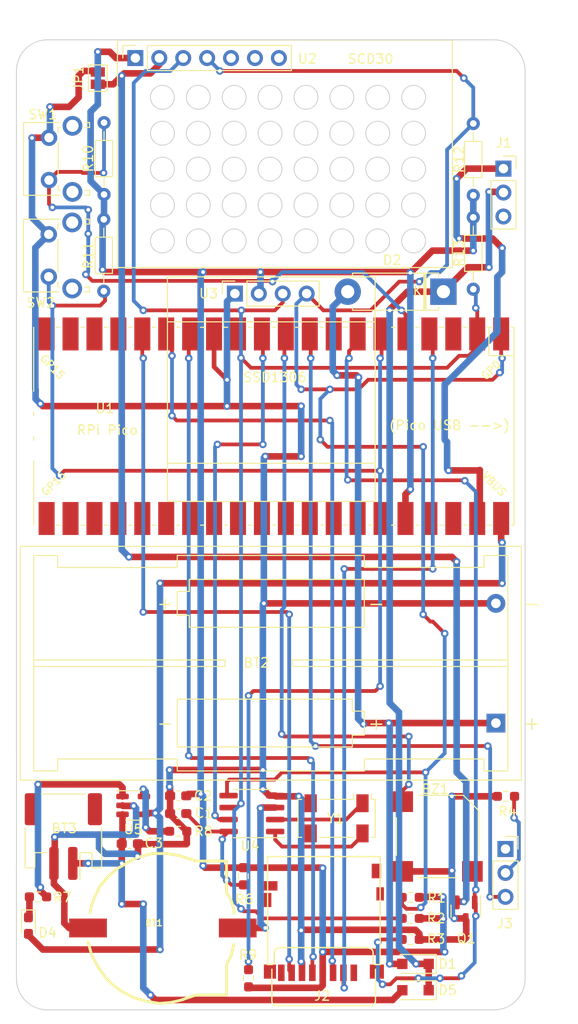
<source format=kicad_pcb>
(kicad_pcb (version 20211014) (generator pcbnew)
  (layers (0 "F.Cu" signal) (31 "B.Cu" signal) (34 "B.Paste" user) (35 "F.Paste" user) (36 "B.SilkS" user "B.Silkscreen") (37 "F.SilkS" user "F.Silkscreen") (38 "B.Mask" user) (39 "F.Mask" user) (44 "Edge.Cuts" user))
  (net 0 "")
  (net 2 "BUZZER")
  (net 5 "SD_CS")
  (net 6 "MOSI")
  (net 29 "+3V3")
  (net 30 "GND")
  (net 31 "SCK")
  (net 32 "MISO")
  (net 34 "Net-(J3-Pad2)")
  (net 35 "WRITE_EN")
  (net 36 "SCD30_EN")
  (net 37 "SCD30_GND")
  (net 38 "BUT_A")
  (net 39 "BUT_B")
  (net 40 "Net-(U4-Pad1)")
  (net 41 "Net-(U4-Pad2)")
  (net 44 "Net-(BT1-Pad1)")
  (net 45 "VSYS")
  (net 46 "SDA")
  (net 47 "SCL")
  (net 50 "RTC_INT")
  (net 51 "VBAT_AAA")
  (net 52 "VBAT_LIPO")
  (net 53 "Net-(C1-Pad1)")
  (net 54 "Net-(D4-Pad1)")
  (net 55 "VBUS")
  (net 56 "Net-(R7-Pad2)")
  (net 57 "Net-(R8-Pad1)")
  (net 61 "Net-(D1-Pad1)")
  (footprint "picoco2:DM3D-SF_outline" (layer "F.Cu") (at 32.6136 98.113)
    (fp_text reference "J2")
    (fp_text value "Micro_SD_Card" hide)
  )
  (footprint "Package_SO:SOIC-8_3.9x4.9mm_P1.27mm" (layer "F.Cu") (at 24.9936 82.0928 180)
    (fp_text reference "U4")
    (fp_text value "PCF8523T")
  )
  (footprint "Capacitor_SMD:C_0603_1608Metric_Pad1.08x0.95mm_HandSolder" (layer "F.Cu") (at 17.1704 80.2132 180)
    (fp_text reference "C2")
    (fp_text value "10uF")
  )
  (footprint "Resistor_THT:R_Axial_DIN0204_L3.6mm_D1.6mm_P7.62mm_Horizontal" (layer "F.Cu") (at 48.5 18.8368 -90)
    (fp_text reference "R13")
    (fp_text value "4.7K")
  )
  (footprint "Connector_PinSocket_2.54mm:PinSocket_1x03_P2.54mm_Vertical" (layer "F.Cu") (at 51.9172 85.852)
    (fp_text reference "J3")
    (fp_text value "Conn_01x03_Female")
  )
  (footprint "Capacitor_SMD:C_0603_1608Metric_Pad1.08x0.95mm_HandSolder" (layer "F.Cu") (at 17.1704 82.0928 180)
    (fp_text reference "C1")
    (fp_text value "10uF")
  )
  (footprint "MountingHole:MountingHole_3.2mm_M3" (layer "F.Cu") (at 50.5 3.4)
    (fp_text reference "H3" hide)
    (fp_text value "MountingHole")
  )
  (footprint "Battery:BatteryHolder_Keystone_2468_2xAAA" (layer "F.Cu") (at 50.9016 72.4916 180)
    (fp_text reference "BT2")
    (fp_text value "Battery")
  )
  (footprint "Button_Switch_THT:SW_Tactile_SPST_Angled_PTS645Vx31-2LFS" (layer "F.Cu") (at 3.4265 25.135 90)
    (fp_text reference "SW2")
    (fp_text value "SW_Push")
  )
  (footprint "MountingHole:MountingHole_3.2mm_M3" (layer "F.Cu") (at 50.5 99.4)
    (fp_text reference "H1" hide)
    (fp_text value "MountingHole")
  )
  (footprint "Resistor_SMD:R_0603_1608Metric_Pad0.98x0.95mm_HandSolder" (layer "F.Cu") (at 41.8592 95.4532)
    (fp_text reference "R3")
    (fp_text value "10K")
  )
  (footprint "picoco2:ssd1306_a" (layer "F.Cu") (at 23.19 26.924 90)
    (fp_text reference "U3")
    (fp_text value "ssd1306")
  )
  (footprint "Resistor_THT:R_Axial_DIN0204_L3.6mm_D1.6mm_P7.62mm_Horizontal" (layer "F.Cu") (at 9.271 19.05 -90)
    (fp_text reference "R11")
    (fp_text value "10K")
  )
  (footprint "Resistor_SMD:R_0603_1608Metric_Pad0.98x0.95mm_HandSolder" (layer "F.Cu") (at 17.1704 83.9724)
    (fp_text reference "R8")
    (fp_text value "10K")
  )
  (footprint "Package_TO_SOT_SMD:SOT-23" (layer "F.Cu") (at 47.7012 92.456 -90)
    (fp_text reference "Q1")
    (fp_text value "Q_NMOS_GDS")
  )
  (footprint "Resistor_SMD:R_0603_1608Metric_Pad0.98x0.95mm_HandSolder" (layer "F.Cu") (at 24.638 99.568 90)
    (fp_text reference "R9")
    (fp_text value "10K")
  )
  (footprint "Resistor_SMD:R_0603_1608Metric_Pad0.98x0.95mm_HandSolder" (layer "F.Cu") (at 24.0792 88.7476 90)
    (fp_text reference "R6")
    (fp_text value "1K")
  )
  (footprint "Package_TO_SOT_SMD:SOT-23-5" (layer "F.Cu") (at 12.3952 81.2292)
    (fp_text reference "U5")
    (fp_text value "MCP73831-2-OT")
  )
  (footprint "Diode_SMD:D_SOD-123F" (layer "F.Cu") (at 42.3672 98.044 180)
    (fp_text reference "D1")
    (fp_text value "D")
  )
  (footprint "Resistor_SMD:R_0603_1608Metric_Pad0.98x0.95mm_HandSolder" (layer "F.Cu") (at 2.286 90.932)
    (fp_text reference "R7")
    (fp_text value "1K")
  )
  (footprint "Resistor_THT:R_Axial_DIN0204_L3.6mm_D1.6mm_P7.62mm_Horizontal" (layer "F.Cu") (at 9.2964 16.4084 90)
    (fp_text reference "R10")
    (fp_text value "10K")
  )
  (footprint "Connector_JST:JST_PH_S2B-PH-SM4-TB_1x02-1MP_P2.00mm_Horizontal" (layer "F.Cu") (at 4.9784 84.5312 180)
    (fp_text reference "BT3")
    (fp_text value "Battery")
  )
  (footprint "picoco2:CR1220-2" (layer "F.Cu") (at 15.1998 94.2348)
    (fp_text reference "BT1")
    (fp_text value "CR1220")
  )
  (footprint "MountingHole:MountingHole_3.2mm_M3" (layer "F.Cu") (at 3.4 3.4)
    (fp_text reference "H2" hide)
    (fp_text value "MountingHole")
  )
  (footprint "RPi_Pico:RPi_PicoW_SMD" (layer "F.Cu") (at 27.3304 40.9956 -90)
    (fp_text reference "U1")
    (fp_text value "PicoW")
  )
  (footprint "Resistor_SMD:R_0603_1608Metric_Pad0.98x0.95mm_HandSolder" (layer "F.Cu") (at 51.9684 80.264 180)
    (fp_text reference "R4")
    (fp_text value "10K")
  )
  (footprint "Connector_PinSocket_2.54mm:PinSocket_1x03_P2.54mm_Vertical" (layer "F.Cu") (at 51.7006 13.6642)
    (fp_text reference "J1")
    (fp_text value "Conn_01x03_Female")
  )
  (footprint "Resistor_SMD:R_0603_1608Metric_Pad0.98x0.95mm_HandSolder" (layer "F.Cu") (at 41.8592 90.9828 180)
    (fp_text reference "R1")
    (fp_text value "4.7K")
  )
  (footprint "Capacitor_SMD:C_0603_1608Metric_Pad1.08x0.95mm_HandSolder" (layer "F.Cu") (at 12.0396 85.2932)
    (fp_text reference "C3")
    (fp_text value "10uF")
  )
  (footprint "Jumper:SolderJumper-2_P1.3mm_Open_Pad1.0x1.5mm" (layer "F.Cu") (at 8.636 4.064 -90)
    (fp_text reference "JP1")
    (fp_text value "SolderJumper_2_Open")
  )
  (footprint "Resistor_SMD:R_0603_1608Metric_Pad0.98x0.95mm_HandSolder" (layer "F.Cu") (at 41.8592 93.218 180)
    (fp_text reference "R2")
    (fp_text value "4.7K")
  )
  (footprint "LED_SMD:LED_0603_1608Metric_Pad1.05x0.95mm_HandSolder" (layer "F.Cu") (at 1.27 93.98 -90)
    (fp_text reference "D4")
    (fp_text value "LED")
  )
  (footprint "Buzzer_Beeper:MagneticBuzzer_Kobitone_254-EMB84Q-RO" (layer "F.Cu") (at 44.704 84.5312)
    (fp_text reference "BZ1")
    (fp_text value "Buzzer")
  )
  (footprint "Crystal:Crystal_SMD_Abracon_ABS25-4Pin_8.0x3.8mm" (layer "F.Cu") (at 33.9852 82.6008 -90)
    (fp_text reference "Y1")
    (fp_text value "32KHz")
  )
  (footprint "Button_Switch_THT:SW_Tactile_SPST_Angled_PTS645Vx31-2LFS" (layer "F.Cu") (at 3.4544 14.8844 90)
    (fp_text reference "SW1")
    (fp_text value "SW_Push")
  )
  (footprint "Resistor_THT:R_Axial_DIN0204_L3.6mm_D1.6mm_P7.62mm_Horizontal" (layer "F.Cu") (at 48.5 16.5 90)
    (fp_text reference "R12")
    (fp_text value "4.7K")
  )
  (footprint "MountingHole:MountingHole_3.2mm_M3" (layer "F.Cu") (at 3.4 99.4)
    (fp_text reference "H4" hide)
    (fp_text value "MountingHole")
  )
  (footprint "picoco2:scd30_a" (layer "F.Cu") (at 12.6238 1.9304 90)
    (fp_text reference "U2")
    (fp_text value "scd30")
  )
  (footprint "Diode_SMD:D_SOD-123F" (layer "F.Cu") (at 42.3672 100.838 180)
    (fp_text reference "D5")
    (fp_text value "D")
  )
  (footprint "Diode_THT:D_5W_P10.16mm_Horizontal" (layer "F.Cu") (at 45.33 26.7208 180)
    (fp_text reference "D2")
    (fp_text value "D")
  )
  (gr_circle (center 38.354 9.906) (end 38.354 11.176) (layer "Edge.Cuts") (width 0.1) (fill none))
  (gr_circle (center 15.494 21.336) (end 15.494 22.606) (layer "Edge.Cuts") (width 0.1) (fill none))
  (gr_circle (center 26.924 17.526) (end 26.924 18.796) (layer "Edge.Cuts") (width 0.1) (fill none))
  (gr_circle (center 23.114 13.716) (end 23.114 14.986) (layer "Edge.Cuts") (width 0.1) (fill none))
  (gr_arc (start 50.698 0) (mid 53.032867 0.967133) (end 54 3.302) (layer "Edge.Cuts") (width 0.1))
  (gr_circle (center 15.494 13.716) (end 15.494 14.986) (layer "Edge.Cuts") (width 0.1) (fill none))
  (gr_circle (center 26.924 21.336) (end 26.924 22.606) (layer "Edge.Cuts") (width 0.1) (fill none))
  (gr_circle (center 15.494 17.526) (end 15.494 18.796) (layer "Edge.Cuts") (width 0.1) (fill none))
  (gr_circle (center 30.734 9.906) (end 30.734 11.176) (layer "Edge.Cuts") (width 0.1) (fill none))
  (gr_circle (center 15.494 9.906) (end 15.494 11.176) (layer "Edge.Cuts") (width 0.1) (fill none))
  (gr_circle (center 42.164 9.906) (end 42.164 11.176) (layer "Edge.Cuts") (width 0.1) (fill none))
  (gr_line (start 50.698 0) (end 3.300067 -0.001933) (layer "Edge.Cuts") (width 0.1))
  (gr_circle (center 19.304 6.096) (end 19.304 7.366) (layer "Edge.Cuts") (width 0.1) (fill none))
  (gr_circle (center 30.734 21.336) (end 30.734 22.606) (layer "Edge.Cuts") (width 0.1) (fill none))
  (gr_circle (center 30.734 6.096) (end 30.734 7.366) (layer "Edge.Cuts") (width 0.1) (fill none))
  (gr_circle (center 42.164 17.526) (end 42.164 18.796) (layer "Edge.Cuts") (width 0.1) (fill none))
  (gr_circle (center 23.114 21.336) (end 23.114 22.606) (layer "Edge.Cuts") (width 0.1) (fill none))
  (gr_circle (center 34.544 17.526) (end 34.544 18.796) (layer "Edge.Cuts") (width 0.1) (fill none))
  (gr_circle (center 34.544 13.716) (end 34.544 14.986) (layer "Edge.Cuts") (width 0.1) (fill none))
  (gr_circle (center 34.544 21.336) (end 34.544 22.606) (layer "Edge.Cuts") (width 0.1) (fill none))
  (gr_line (start -0.001933 3.300067) (end 0 99.6188) (layer "Edge.Cuts") (width 0.1))
  (gr_circle (center 19.304 17.526) (end 19.304 18.796) (layer "Edge.Cuts") (width 0.1) (fill none))
  (gr_circle (center 26.924 13.716) (end 26.924 14.986) (layer "Edge.Cuts") (width 0.1) (fill none))
  (gr_circle (center 34.544 6.096) (end 34.544 7.366) (layer "Edge.Cuts") (width 0.1) (fill none))
  (gr_circle (center 42.164 21.336) (end 42.164 22.606) (layer "Edge.Cuts") (width 0.1) (fill none))
  (gr_circle (center 23.114 17.526) (end 23.114 18.796) (layer "Edge.Cuts") (width 0.1) (fill none))
  (gr_circle (center 26.924 6.096) (end 26.924 7.366) (layer "Edge.Cuts") (width 0.1) (fill none))
  (gr_circle (center 42.164 13.716) (end 42.164 14.986) (layer "Edge.Cuts") (width 0.1) (fill none))
  (gr_line (start 3.302 102.9208) (end 50.708333 102.9208) (layer "Edge.Cuts") (width 0.1))
  (gr_circle (center 30.734 13.716) (end 30.734 14.986) (layer "Edge.Cuts") (width 0.1) (fill none))
  (gr_circle (center 19.304 9.906) (end 19.304 11.176) (layer "Edge.Cuts") (width 0.1) (fill none))
  (gr_circle (center 30.734 17.526) (end 30.734 18.796) (layer "Edge.Cuts") (width 0.1) (fill none))
  (gr_circle (center 38.354 21.336) (end 38.354 22.606) (layer "Edge.Cuts") (width 0.1) (fill none))
  (gr_circle (center 19.304 21.336) (end 19.304 22.606) (layer "Edge.Cuts") (width 0.1) (fill none))
  (gr_circle (center 26.924 9.906) (end 26.924 11.176) (layer "Edge.Cuts") (width 0.1) (fill none))
  (gr_circle (center 38.354 17.526) (end 38.354 18.796) (layer "Edge.Cuts") (width 0.1) (fill none))
  (gr_arc (start 54 99.6188) (mid 53.039544 101.953032) (end 50.708333 102.9208) (layer "Edge.Cuts") (width 0.1))
  (gr_arc (start 3.302 102.9208) (mid 0.967133 101.953667) (end 0 99.6188) (layer "Edge.Cuts") (width 0.1))
  (gr_circle (center 38.354 6.096) (end 38.354 7.366) (layer "Edge.Cuts") (width 0.1) (fill none))
  (gr_arc (start -0.001933 3.300067) (mid 0.9652 0.9652) (end 3.300067 -0.001933) (layer "Edge.Cuts") (width 0.1))
  (gr_line (start 54 99.6188) (end 54 3.302) (layer "Edge.Cuts") (width 0.1))
  (gr_circle (center 23.114 6.096) (end 23.114 7.366) (layer "Edge.Cuts") (width 0.1) (fill none))
  (gr_circle (center 38.354 13.716) (end 38.354 14.986) (layer "Edge.Cuts") (width 0.1) (fill none))
  (gr_circle (center 19.304 13.716) (end 19.304 14.986) (layer "Edge.Cuts") (width 0.1) (fill none))
  (gr_circle (center 42.164 6.096) (end 42.164 7.366) (layer "Edge.Cuts") (width 0.1) (fill none))
  (gr_circle (center 23.114 9.906) (end 23.114 11.176) (layer "Edge.Cuts") (width 0.1) (fill none))
  (gr_circle (center 34.544 9.906) (end 34.544 11.176) (layer "Edge.Cuts") (width 0.1) (fill none))
  (gr_circle (center 15.494 6.096) (end 15.494 7.366) (layer "Edge.Cuts") (width 0.1) (fill none))
  (gr_text "RPi Pico" (at 9.652 41.402) (layer "F.SilkS") (effects (font (size 1 1))))
  (gr_text "(Pico USB -->)" (at 45.974 40.894) (layer "F.SilkS") (effects (font (size 1 1))))
  (gr_text "SSD1306" (at 27.432 35.814) (layer "F.SilkS") (effects (font (size 1 1))))
  (gr_text "SCD30" (at 37.592 2.032) (layer "F.SilkS") (effects (font (size 1 1))))
  (segment (start 28.4105 73.914) (end 28.1565 73.66) (width 0.4) (layer "F.Cu") (net 2))
  (segment (start 41.004 80.8312) (end 41.004 79.646) (width 0.4) (layer "F.Cu") (net 2))
  (segment (start 41.004 79.646) (end 41.656 78.994) (width 0.4) (layer "F.Cu") (net 2))
  (segment (start 28.448 33.782) (end 28.448 32.258) (width 0.4) (layer "F.Cu") (net 2))
  (segment (start 41.656 73.914) (end 28.4105 73.914) (width 0.4) (layer "F.Cu") (net 2))
  (segment (start 28.448 32.258) (end 28.6004 32.1056) (width 0.4) (layer "F.Cu") (net 2))
  (via (at 41.656 78.994) (size 0.8) (drill 0.4) (layers "F.Cu" "B.Cu") (net 2))
  (via (at 28.448 33.782) (size 0.8) (drill 0.4) (layers "F.Cu" "B.Cu") (net 2))
  (via (at 41.656 73.914) (size 0.8) (drill 0.4) (layers "F.Cu" "B.Cu") (net 2))
  (via (at 28.1565 73.66) (size 0.8) (drill 0.4) (layers "F.Cu" "B.Cu") (net 2))
  (segment (start 28.1565 60.4895) (end 28.448 60.198) (width 0.4) (layer "B.Cu") (net 2))
  (segment (start 28.1565 73.66) (end 28.1565 60.4895) (width 0.4) (layer "B.Cu") (net 2))
  (segment (start 28.448 60.198) (end 28.448 33.782) (width 0.4) (layer "B.Cu") (net 2))
  (segment (start 41.656 78.994) (end 41.656 73.914) (width 0.4) (layer "B.Cu") (net 2))
  (segment (start 44.196 32.4612) (end 43.8404 32.1056) (width 0.4) (layer "F.Cu") (net 5))
  (segment (start 34.7136 100.4996) (end 34.798 100.584) (width 0.4) (layer "F.Cu") (net 5))
  (segment (start 34.798 56.134) (end 44.196 56.134) (width 0.4) (layer "F.Cu") (net 5))
  (segment (start 34.7136 98.988) (end 34.7136 100.4996) (width 0.4) (layer "F.Cu") (net 5))
  (segment (start 44.196 33.782) (end 44.196 32.4612) (width 0.4) (layer "F.Cu") (net 5))
  (via (at 44.196 33.782) (size 0.8) (drill 0.4) (layers "F.Cu" "B.Cu") (net 5))
  (via (at 44.196 56.134) (size 0.8) (drill 0.4) (layers "F.Cu" "B.Cu") (net 5))
  (via (at 34.798 56.134) (size 0.8) (drill 0.4) (layers "F.Cu" "B.Cu") (net 5))
  (via (at 34.798 100.584) (size 0.8) (drill 0.4) (layers "F.Cu" "B.Cu") (net 5))
  (segment (start 34.798 100.584) (end 34.798 91.44) (width 0.4) (layer "B.Cu") (net 5))
  (segment (start 34.798 91.44) (end 34.798 56.134) (width 0.4) (layer "B.Cu") (net 5))
  (segment (start 44.196 56.134) (end 44.196 33.782) (width 0.4) (layer "B.Cu") (net 5))
  (segment (start 33.274 40.386) (end 17.018 40.386) (width 0.4) (layer "F.Cu") (net 6))
  (segment (start 17.018 40.386) (end 16.51 39.878) (width 0.4) (layer "F.Cu") (net 6))
  (segment (start 16.51 32.7152) (end 15.9004 32.1056) (width 0.4) (layer "F.Cu") (net 6))
  (segment (start 33.6136 98.988) (end 33.6136 97.8091) (width 0.4) (layer "F.Cu") (net 6))
  (segment (start 16.51 33.528) (end 16.51 32.7152) (width 0.4) (layer "F.Cu") (net 6))
  (segment (start 33.6136 97.8091) (end 33.528 97.7235) (width 0.4) (layer "F.Cu") (net 6))
  (via (at 33.274 40.386) (size 0.8) (drill 0.4) (layers "F.Cu" "B.Cu") (net 6))
  (via (at 16.51 39.878) (size 0.8) (drill 0.4) (layers "F.Cu" "B.Cu") (net 6))
  (via (at 16.51 33.528) (size 0.8) (drill 0.4) (layers "F.Cu" "B.Cu") (net 6))
  (via (at 33.528 97.7235) (size 0.8) (drill 0.4) (layers "F.Cu" "B.Cu") (net 6))
  (segment (start 33.528 92.71) (end 33.528 40.64) (width 0.4) (layer "B.Cu") (net 6))
  (segment (start 33.528 40.64) (end 33.274 40.386) (width 0.4) (layer "B.Cu") (net 6))
  (segment (start 16.51 39.878) (end 16.51 33.528) (width 0.4) (layer "B.Cu") (net 6))
  (segment (start 33.528 97.7235) (end 33.528 92.71) (width 0.4) (layer "B.Cu") (net 6))
  (segment (start 9.398 24.638) (end 9.144 24.384) (width 0.7) (layer "F.Cu") (net 29))
  (segment (start 42.7717 93.218) (end 45.280967 93.218) (width 0.7) (layer "F.Cu") (net 29))
  (segment (start 32.258 100.584) (end 24.7415 100.584) (width 0.7) (layer "F.Cu") (net 29))
  (segment (start 20.0171 87.8351) (end 19.812 87.63) (width 0.7) (layer "F.Cu") (net 29))
  (segment (start 44.162144 22.366) (end 41.818991 24.709153) (width 0.7) (layer "F.Cu") (net 29))
  (segment (start 45.280967 93.218) (end 45.327225 93.264258) (width 0.7) (layer "F.Cu") (net 29))
  (segment (start 19.558 80.01) (end 18.2361 80.01) (width 0.7) (layer "F.Cu") (net 29))
  (segment (start 24.7415 100.584) (end 24.638 100.4805) (width 0.7) (layer "F.Cu") (net 29))
  (segment (start 48.5 22.366) (end 44.162144 22.366) (width 0.7) (layer "F.Cu") (net 29))
  (segment (start 18.2361 80.01) (end 18.0329 80.2132) (width 0.7) (layer "F.Cu") (net 29))
  (segment (start 41.3004 48.207709) (end 41.818991 47.689118) (width 0.7) (layer "F.Cu") (net 29))
  (segment (start 41.818991 24.709153) (end 41.818991 24.90448) (width 0.7) (layer "F.Cu") (net 29))
  (segment (start 45.466 96.774) (end 32.512 96.774) (width 0.7) (layer "F.Cu") (net 29))
  (segment (start 32.512 97.536) (end 32.512 96.774) (width 0.7) (layer "F.Cu") (net 29))
  (segment (start 32.5136 97.5376) (end 32.512 97.536) (width 0.7) (layer "F.Cu") (net 29))
  (segment (start 24.0792 87.8351) (end 20.0171 87.8351) (width 0.7) (layer "F.Cu") (net 29))
  (segment (start 24.0792 87.8351) (end 32.4631 87.8351) (width 0.7) (layer "F.Cu") (net 29))
  (segment (start 45.2785 90.932) (end 42.8225 90.932) (width 0.7) (layer "F.Cu") (net 29))
  (segment (start 32.5136 98.988) (end 32.5136 97.5376) (width 0.7) (layer "F.Cu") (net 29))
  (segment (start 32.5136 98.988) (end 32.5136 100.3284) (width 0.7) (layer "F.Cu") (net 29))
  (segment (start 12.6238 1.9304) (end 10.5664 1.9304) (width 0.7) (layer "F.Cu") (net 29))
  (segment (start 41.747838 24.638) (end 41.818991 24.709153) (width 0.7) (layer "F.Cu") (net 29))
  (segment (start 32.5136 100.3284) (end 32.258 100.584) (width 0.7) (layer "F.Cu") (net 29))
  (segment (start 41.3004 49.8856) (end 41.3004 48.207709) (width 0.7) (layer "F.Cu") (net 29))
  (segment (start 42.8225 90.932) (end 42.7717 90.9828) (width 0.7) (layer "F.Cu") (net 29))
  (segment (start 19.812 24.638) (end 41.747838 24.638) (width 0.7) (layer "F.Cu") (net 29))
  (segment (start 32.4631 87.8351) (end 32.512 87.884) (width 0.7) (layer "F.Cu") (net 29))
  (segment (start 9.906 1.27) (end 8.636 1.27) (width 0.7) (layer "F.Cu") (net 29))
  (segment (start 19.812 24.638) (end 9.398 24.638) (width 0.7) (layer "F.Cu") (net 29))
  (segment (start 9.4488 16.256) (end 9.2964 16.4084) (width 0.7) (layer "F.Cu") (net 29))
  (segment (start 10.5664 1.9304) (end 9.906 1.27) (width 0.7) (layer "F.Cu") (net 29))
  (via (at 45.327225 93.264258) (size 0.8) (drill 0.4) (layers "F.Cu" "B.Cu") (net 29))
  (via (at 25.908 24.638) (size 0.8) (drill 0.4) (layers "F.Cu" "B.Cu") (net 29))
  (via (at 41.818991 24.709153) (size 0.8) (drill 0.4) (layers "F.Cu" "B.Cu") (net 29))
  (via (at 41.818991 47.689118) (size 0.8) (drill 0.4) (layers "F.Cu" "B.Cu") (net 29))
  (via (at 32.512 96.774) (size 0.8) (drill 0.4) (layers "F.Cu" "B.Cu") (net 29))
  (via (at 45.2785 90.932) (size 0.8) (drill 0.4) (layers "F.Cu" "B.Cu") (net 29))
  (via (at 19.812 87.63) (size 0.8) (drill 0.4) (layers "F.Cu" "B.Cu") (net 29))
  (via (at 9.144 24.384) (size 0.8) (drill 0.4) (layers "F.Cu" "B.Cu") (net 29))
  (via (at 45.466 96.774) (size 0.8) (drill 0.4) (layers "F.Cu" "B.Cu") (net 29))
  (via (at 19.812 24.638) (size 0.8) (drill 0.4) (layers "F.Cu" "B.Cu") (net 29))
  (via (at 19.558 80.01) (size 0.8) (drill 0.4) (layers "F.Cu" "B.Cu") (net 29))
  (via (at 8.636 1.27) (size 0.8) (drill 0.4) (layers "F.Cu" "B.Cu") (net 29))
  (via (at 32.512 87.884) (size 0.8) (drill 0.4) (layers "F.Cu" "B.Cu") (net 29))
  (via (at 48.5 22.366) (size 0.8) (drill 0.4) (layers "F.Cu" "B.Cu") (net 29))
  (segment (start 7.874 7.62) (end 7.874 14.986) (width 0.7) (layer "B.Cu") (net 29))
  (segment (start 48.5 18.8368) (end 48.5 22.366) (width 0.7) (layer "B.Cu") (net 29))
  (segment (start 48.5 18.8368) (end 48.5 16.5) (width 0.7) (layer "B.Cu") (net 29))
  (segment (start 9.2964 19.0246) (end 9.271 19.05) (width 0.7) (layer "B.Cu") (net 29))
  (segment (start 19.812 87.63) (end 19.812 80.264) (width 0.7) (layer "B.Cu") (net 29))
  (segment (start 19.558 24.638) (end 19.812 24.638) (width 0.7) (layer "B.Cu") (net 29))
  (segment (start 45.327225 90.980725) (end 45.2785 90.932) (width 0.7) (layer "B.Cu") (net 29))
  (segment (start 45.327225 93.264258) (end 45.327225 96.635225) (width 0.7) (layer "B.Cu") (net 29))
  (segment (start 45.327225 96.635225) (end 45.466 96.774) (width 0.7) (layer "B.Cu") (net 29))
  (segment (start 8.636 6.858) (end 7.874 7.62) (width 0.7) (layer "B.Cu") (net 29))
  (segment (start 25.908 27.178) (end 25.73 27) (width 0.4) (layer "B.Cu") (net 29))
  (segment (start 25.908 24.638) (end 25.908 26.746) (width 0.7) (layer "B.Cu") (net 29))
  (segment (start 8.636 1.27) (end 8.636 6.858) (width 0.7) (layer "B.Cu") (net 29))
  (segment (start 19.812 80.264) (end 19.558 80.01) (width 0.7) (layer "B.Cu") (net 29))
  (segment (start 7.874 14.986) (end 9.2964 16.4084) (width 0.7) (layer "B.Cu") (net 29))
  (segment (start 45.327225 93.264258) (end 45.327225 90.980725) (width 0.7) (layer "B.Cu") (net 29))
  (segment (start 19.558 80.01) (end 19.558 24.638) (width 0.7) (layer "B.Cu") (net 29))
  (segment (start 9.144 19.177) (end 9.271 19.05) (width 0.7) (layer "B.Cu") (net 29))
  (segment (start 9.144 24.384) (end 9.144 19.177) (width 0.7) (layer "B.Cu") (net 29))
  (segment (start 9.2964 16.4084) (end 9.2964 19.0246) (width 0.7) (layer "B.Cu") (net 29))
  (segment (start 32.512 96.774) (end 32.512 87.884) (width 0.7) (layer "B.Cu") (net 29))
  (segment (start 41.818991 24.709153) (end 41.818991 47.734623) (width 0.7) (layer "B.Cu") (net 29))
  (segment (start 25.908 26.746) (end 25.73 26.924) (width 0.7) (layer "B.Cu") (net 29))
  (segment (start 50.9016 59.7916) (end 26.2636 59.7916) (width 0.7) (layer "F.Cu") (net 30))
  (segment (start 4.064 87.2956) (end 3.9784 87.3812) (width 0.7) (layer "F.Cu") (net 30))
  (segment (start 11.3085 81.28) (end 11.2577 81.2292) (width 0.7) (layer "F.Cu") (net 30))
  (segment (start 6.604 6.096) (end 6.604 3.81) (width 0.7) (layer "F.Cu") (net 30))
  (segment (start 26.8478 80.1878) (end 26.162 79.502) (width 0.7) (layer "F.Cu") (net 30))
  (segment (start 46.228 80.264) (end 51.0559 80.264) (width 0.7) (layer "F.Cu") (net 30))
  (segment (start 3.9784 89.5764) (end 5.08 90.678) (width 0.7) (layer "F.Cu") (net 30))
  (segment (start 47.5257 93.218) (end 47.7012 93.3935) (width 0.7) (layer "F.Cu") (net 30))
  (segment (start 18.034 85.344) (end 12.9529 85.344) (width 0.7) (layer "F.Cu") (net 30))
  (segment (start 22.352 38.862) (end 2.794 38.862) (width 0.7) (layer "F.Cu") (net 30))
  (segment (start 12.9021 86.5389) (end 12.827 86.614) (width 0.7) (layer "F.Cu") (net 30))
  (segment (start 42.3582 94.4282) (end 30.2858 94.4282) (width 0.7) (layer "F.Cu") (net 30))
  (segment (start 5.08 93.726) (end 5.5888 94.2348) (width 0.7) (layer "F.Cu") (net 30))
  (segment (start 6.604 3.81) (end 7.112 3.302) (width 0.7) (layer "F.Cu") (net 30))
  (segment (start 26.416 44.196) (end 30.226 44.196) (width 0.7) (layer "F.Cu") (net 30))
  (segment (start 27.4686 80.1878) (end 26.8478 80.1878) (width 0.7) (layer "F.Cu") (net 30))
  (segment (start 18.0829 85.2951) (end 18.034 85.344) (width 0.7) (layer "F.Cu") (net 30))
  (segment (start 41.004 88.2312) (end 46.1348 88.2312) (width 0.7) (layer "F.Cu") (net 30))
  (segment (start 29.972 80.264) (end 27.5448 80.264) (width 0.7) (layer "F.Cu") (net 30))
  (segment (start 12.446 81.28) (end 11.3085 81.28) (width 0.7) (layer "F.Cu") (net 30))
  (segment (start 3.4544 10.3844) (end 1.6806 10.3844) (width 0.7) (layer "F.Cu") (net 30))
  (segment (start 7.112 3.302) (end 8.524 3.302) (width 0.7) (layer "F.Cu") (net 30))
  (segment (start 30.3136 98.988) (end 30.3136 97.8776) (width 0.7) (layer "F.Cu") (net 30))
  (segment (start 12.9529 85.344) (end 12.9021 85.2932) (width 0.7) (layer "F.Cu") (net 30))
  (segment (start 47.752 95.25) (end 47.752 93.4443) (width 0.7) (layer "F.Cu") (net 30))
  (segment (start 5.5888 94.2348) (end 7.5998 94.2348) (width 0.7) (layer "F.Cu") (net 30))
  (segment (start 16.256 77.47) (end 26.162 77.47) (width 0.7) (layer "F.Cu") (net 30))
  (segment (start 42.7717 95.4532) (end 47.5488 95.4532) (width 0.7) (layer "F.Cu") (net 30))
  (segment (start 27.5448 80.264) (end 27.4686 80.1878) (width 0.7) (layer "F.Cu") (net 30))
  (segment (start 42.7717 95.4532) (end 42.7717 94.8417) (width 0.7) (layer "F.Cu") (net 30))
  (segment (start 2.794 38.862) (end 2.54 38.608) (width 0.7) (layer "F.Cu") (net 30))
  (segment (start 30.2858 94.4282) (end 30.226 94.488) (width 0.7) (layer "F.Cu") (net 30))
  (segment (start 42.7717 94.8417) (end 42.3582 94.4282) (width 0.7) (layer "F.Cu") (net 30))
  (segment (start 16.3079 82.0928) (end 16.3079 82.1974) (width 0.7) (layer "F.Cu") (net 30))
  (segment (start 16.3079 82.1974) (end 18.0829 83.9724) (width 0.7) (layer "F.Cu") (net 30))
  (segment (start 12.9021 85.2932) (end 12.9021 86.5389) (width 0.7) (layer "F.Cu") (net 30))
  (segment (start 4.064 84.582) (end 4.064 87.2956) (width 0.7) (layer "F.Cu") (net 30))
  (segment (start 3.556 7.112) (end 5.588 7.112) (width 0.7) (layer "F.Cu") (net 30))
  (segment (start 46.1348 88.2312) (end 46.228 88.138) (width 0.7) (layer "F.Cu") (net 30))
  (segment (start 20.9804 32.1056) (end 20.9804 34.6964) (width 0.5) (layer "F.Cu") (net 30))
  (segment (start 5.588 7.112) (end 6.604 6.096) (width 0.7) (layer "F.Cu") (net 30))
  (segment (start 30.226 38.862) (end 22.352 38.862) (width 0.7) (layer "F.Cu") (net 30))
  (segment (start 46.482 93.218) (end 47.5257 93.218) (width 0.7) (layer "F.Cu") (net 30))
  (segment (start 3.9784 87.3812) (end 3.9784 89.5764) (width 0.7) (layer "F.Cu") (net 30))
  (segment (start 1.6806 10.3844) (end 1.651 10.414) (width 0.7) (layer "F.Cu") (net 30))
  (segment (start 20.9804 34.6964) (end 22.352 36.068) (width 0.5) (layer "F.Cu") (net 30))
  (segment (start 47.752 93.4443) (end 47.7012 93.3935) (width 0.7) (layer "F.Cu") (net 30))
  (segment (start 3.3605 20.701) (end 3.4265 20.635) (width 0.7) (layer "F.Cu") (net 30))
  (segment (start 5.08 90.678) (end 5.08 93.726) (width 0.7) (layer "F.Cu") (net 30))
  (segment (start 47.5488 95.4532) (end 47.752 95.25) (width 0.7) (layer "F.Cu") (net 30))
  (segment (start 16.3079 80.2132) (end 16.3079 82.0928) (width 0.7) (layer "F.Cu") (net 30))
  (segment (start 16.3079 80.2132) (end 16.3079 79.2999) (width 0.7) (layer "F.Cu") (net 30))
  (segment (start 18.0829 83.9724) (end 18.0829 85.2951) (width 0.7) (layer "F.Cu") (net 30))
  (segment (start 8.524 3.302) (end 8.636 3.414) (width 0.7) (layer "F.Cu") (net 30))
  (segment (start 16.3079 79.2999) (end 16.256 79.248) (width 0.7) (layer "F.Cu") (net 30))
  (segment (start 30.3136 97.8776) (end 30.226 97.79) (width 0.7) (layer "F.Cu") (net 30))
  (via (at 1.651 10.414) (size 0.8) (drill 0.4) (layers "F.Cu" "B.Cu") (net 30))
  (via (at 30.226 44.196) (size 0.8) (drill 0.4) (layers "F.Cu" "B.Cu") (net 30))
  (via (at 2.54 38.608) (size 0.8) (drill 0.4) (layers "F.Cu" "B.Cu") (net 30))
  (via (at 30.226 94.488) (size 0.8) (drill 0.4) (layers "F.Cu" "B.Cu") (net 30))
  (via (at 46.482 93.218) (size 0.8) (drill 0.4) (layers "F.Cu" "B.Cu") (net 30))
  (via (at 26.162 79.502) (size 0.8) (drill 0.4) (layers "F.Cu" "B.Cu") (net 30))
  (via (at 16.256 77.47) (size 0.8) (drill 0.4) (layers "F.Cu" "B.Cu") (net 30))
  (via (at 22.352 38.862) (size 0.8) (drill 0.4) (layers "F.Cu" "B.Cu") (net 30))
  (via (at 22.352 36.068) (size 0.8) (drill 0.4) (layers "F.Cu" "B.Cu") (net 30))
  (via (at 29.972 80.264) (size 0.8) (drill 0.4) (layers "F.Cu" "B.Cu") (net 30))
  (via (at 3.556 7.112) (size 0.8) (drill 0.4) (layers "F.Cu" "B.Cu") (net 30))
  (via (at 26.2636 59.7916) (size 0.8) (drill 0.4) (layers "F.Cu" "B.Cu") (net 30))
  (via (at 46.228 80.264) (size 0.8) (drill 0.4) (layers "F.Cu" "B.Cu") (net 30))
  (via (at 26.416 44.196) (size 0.8) (drill 0.4) (layers "F.Cu" "B.Cu") (net 30))
  (via (at 30.226 97.79) (size 0.8) (drill 0.4) (layers "F.Cu" "B.Cu") (net 30))
  (via (at 30.226 38.862) (size 0.8) (drill 0.4) (layers "F.Cu" "B.Cu") (net 30))
  (via (at 26.162 77.47) (size 0.8) (drill 0.4) (layers "F.Cu" "B.Cu") (net 30))
  (via (at 12.827 86.614) (size 0.8) (drill 0.4) (layers "F.Cu" "B.Cu") (net 30))
  (via (at 16.256 79.248) (size 0.8) (drill 0.4) (layers "F.Cu" "B.Cu") (net 30))
  (via (at 4.064 84.582) (size 0.8) (drill 0.4) (layers "F.Cu" "B.Cu") (net 30))
  (via (at 46.228 88.138) (size 0.8) (drill 0.4) (layers "F.Cu" "B.Cu") (net 30))
  (via (at 12.446 81.28) (size 0.8) (drill 0.4) (layers "F.Cu" "B.Cu") (net 30))
  (segment (start 4.318 84.328) (end 4.064 84.582) (width 0.7) (layer "B.Cu") (net 30))
  (segment (start 8.763 85.725) (end 8.763 84.328) (width 0.7) (layer "B.Cu") (net 30))
  (segment (start 16.256 79.248) (end 16.256 77.47) (width 0.7) (layer "B.Cu") (net 30))
  (segment (start 26.2636 59.7916) (end 26.2636 44.3484) (width 0.7) (layer "B.Cu") (net 30))
  (segment (start 3.556 7.112) (end 3.556 10.2828) (width 0.7) (layer "B.Cu") (net 30))
  (segment (start 8.763 84.328) (end 4.318 84.328) (width 0.7) (layer "B.Cu") (net 30))
  (segment (start 3.4265 20.635) (end 2.0015 22.06) (width 0.7) (layer "B.Cu") (net 30))
  (segment (start 1.651 10.414) (end 1.651 18.8595) (width 0.7) (layer "B.Cu") (net 30))
  (segment (start 30.226 44.196) (end 30.226 38.862) (width 0.7) (layer "B.Cu") (net 30))
  (segment (start 22.352 36.068) (end 22.352 27.762) (width 0.7) (layer "B.Cu") (net 30))
  (segment (start 2.0015 22.06) (end 2.0015 37.0535) (width 0.7) (layer "B.Cu") (net 30))
  (segment (start 26.162 79.502) (end 26.162 77.47) (width 0.7) (layer "B.Cu") (net 30))
  (segment (start 22.352 38.862) (end 22.352 36.068) (width 0.7) (layer "B.Cu") (net 30))
  (segment (start 3.556 10.2828) (end 3.4544 10.3844) (width 0.7) (layer "B.Cu") (net 30))
  (segment (start 12.7 84.328) (end 12.7 81.534) (width 0.7) (layer "B.Cu") (net 30))
  (segment (start 12.827 86.614) (end 12.573 86.36) (width 0.7) (layer "B.Cu") (net 30))
  (segment (start 12.573 86.36) (end 9.398 86.36) (width 0.7) (layer "B.Cu") (net 30))
  (segment (start 30.226 80.518) (end 29.972 80.264) (width 0.7) (layer "B.Cu") (net 30))
  (segment (start 26.162 77.47) (end 26.162 59.8932) (width 0.7) (layer "B.Cu") (net 30))
  (segment (start 46.228 92.964) (end 46.482 93.218) (width 0.7) (layer "B.Cu") (net 30))
  (segment (start 46.228 88.138) (end 46.228 80.264) (width 0.7) (layer "B.Cu") (net 30))
  (segment (start 12.7 81.534) (end 12.446 81.28) (width 0.7) (layer "B.Cu") (net 30))
  (segment (start 2.0015 37.0535) (end 2.032 37.084) (width 0.7) (layer "B.Cu") (net 30))
  (segment (start 26.2636 44.3484) (end 26.416 44.196) (width 0.7) (layer "B.Cu") (net 30))
  (segment (start 2.032 38.1) (end 2.54 38.608) (width 0.7) (layer "B.Cu") (net 30))
  (segment (start 26.162 59.8932) (end 26.2636 59.7916) (width 0.7) (layer "B.Cu") (net 30))
  (segment (start 2.032 37.084) (end 2.032 38.1) (width 0.7) (layer "B.Cu") (net 30))
  (segment (start 12.7 84.328) (end 8.763 84.328) (width 0.7) (layer "B.Cu") (net 30))
  (segment (start 1.651 18.8595) (end 3.4265 20.635) (width 0.7) (layer "B.Cu") (net 30))
  (segment (start 9.398 86.36) (end 8.763 85.725) (width 0.7) (layer "B.Cu") (net 30))
  (segment (start 22.352 27.762) (end 23.19 26.924) (width 0.7) (layer "B.Cu") (net 30))
  (segment (start 23.19 27) (end 23.19 27.102) (width 0.4) (layer "B.Cu") (net 30))
  (segment (start 30.226 97.79) (end 30.226 80.518) (width 0.7) (layer "B.Cu") (net 30))
  (segment (start 46.228 88.138) (end 46.228 92.964) (width 0.7) (layer "B.Cu") (net 30))
  (segment (start 31.242 76.454) (end 30.988 76.2) (width 0.4) (layer "F.Cu") (net 31))
  (segment (start 18.288 32.258) (end 18.4404 32.1056) (width 0.4) (layer "F.Cu") (net 31))
  (segment (start 30.988 76.2) (end 21.082 76.2) (width 0.4) (layer "F.Cu") (net 31))
  (segment (start 31.4136 97.3644) (end 31.496 97.282) (width 0.4) (layer "F.Cu") (net 31))
  (segment (start 18.288 33.782) (end 18.288 32.258) (width 0.4) (layer "F.Cu") (net 31))
  (segment (start 31.4136 98.988) (end 31.4136 97.3644) (width 0.4) (layer "F.Cu") (net 31))
  (segment (start 21.082 76.2) (end 18.542 76.2) (width 0.4) (layer "F.Cu") (net 31))
  (segment (start 18.542 76.2) (end 18.288 75.946) (width 0.4) (layer "F.Cu") (net 31))
  (via (at 18.288 75.946) (size 0.8) (drill 0.4) (layers "F.Cu" "B.Cu") (net 31))
  (via (at 31.242 76.454) (size 0.8) (drill 0.4) (layers "F.Cu" "B.Cu") (net 31))
  (via (at 18.288 33.782) (size 0.8) (drill 0.4) (layers "F.Cu" "B.Cu") (net 31))
  (via (at 31.496 97.282) (size 0.8) (drill 0.4) (layers "F.Cu" "B.Cu") (net 31))
  (segment (start 18.288 75.946) (end 18.288 33.782) (width 0.4) (layer "B.Cu") (net 31))
  (segment (start 31.496 76.708) (end 31.242 76.454) (width 0.4) (layer "B.Cu") (net 31))
  (segment (start 31.496 97.282) (end 31.496 76.708) (width 0.4) (layer "B.Cu") (net 31))
  (segment (start 13.462 60.706) (end 28.702 60.706) (width 0.4) (layer "F.Cu") (net 32))
  (segment (start 13.3604 32.1056) (end 13.3604 33.6804) (width 0.4) (layer "F.Cu") (net 32))
  (segment (start 13.3604 33.6804) (end 13.462 33.782) (width 0.4) (layer "F.Cu") (net 32))
  (segment (start 28.956 97.536) (end 28.956 98.7304) (width 0.4) (layer "F.Cu") (net 32))
  (segment (start 28.956 98.7304) (end 29.2136 98.988) (width 0.4) (layer "F.Cu") (net 32))
  (segment (start 28.702 60.706) (end 28.956 60.96) (width 0.4) (layer "F.Cu") (net 32))
  (via (at 13.462 60.706) (size 0.8) (drill 0.4) (layers "F.Cu" "B.Cu") (net 32))
  (via (at 28.956 60.96) (size 0.8) (drill 0.4) (layers "F.Cu" "B.Cu") (net 32))
  (via (at 13.462 33.782) (size 0.8) (drill 0.4) (layers "F.Cu" "B.Cu") (net 32))
  (via (at 28.956 97.536) (size 0.8) (drill 0.4) (layers "F.Cu" "B.Cu") (net 32))
  (segment (start 13.462 38.1) (end 13.462 60.706) (width 0.4) (layer "B.Cu") (net 32))
  (segment (start 13.462 33.782) (end 13.462 38.1) (width 0.4) (layer "B.Cu") (net 32))
  (segment (start 28.956 60.96) (end 28.956 97.536) (width 0.4) (layer "B.Cu") (net 32))
  (segment (start 52.832 82.55) (end 52.832 80.3129) (width 0.4) (layer "F.Cu") (net 34))
  (segment (start 52.832 80.3129) (end 52.8809 80.264) (width 0.4) (layer "F.Cu") (net 34))
  (via (at 52.832 82.55) (size 0.8) (drill 0.4) (layers "F.Cu" "B.Cu") (net 34))
  (segment (start 53.34 83.058) (end 52.832 82.55) (width 0.4) (layer "B.Cu") (net 34))
  (segment (start 53.34 83.312) (end 53.34 83.058) (width 0.4) (layer "B.Cu") (net 34))
  (segment (start 53.34 86.9692) (end 53.34 83.312) (width 0.4) (layer "B.Cu") (net 34))
  (segment (start 51.9172 88.392) (end 53.34 86.9692) (width 0.4) (layer "B.Cu") (net 34))
  (segment (start 31.242 32.2072) (end 31.1404 32.1056) (width 0.4) (layer "F.Cu") (net 35))
  (segment (start 50.038 74.93) (end 34.036 74.93) (width 0.4) (layer "F.Cu") (net 35))
  (segment (start 51.9172 90.932) (end 50.292 90.932) (width 0.4) (layer "F.Cu") (net 35))
  (segment (start 31.75 74.93) (end 34.036 74.93) (width 0.4) (layer "F.Cu") (net 35))
  (segment (start 31.242 33.782) (end 31.242 32.2072) (width 0.4) (layer "F.Cu") (net 35))
  (via (at 50.292 90.932) (size 0.8) (drill 0.4) (layers "F.Cu" "B.Cu") (net 35))
  (via (at 31.75 74.93) (size 0.8) (drill 0.4) (layers "F.Cu" "B.Cu") (net 35))
  (via (at 31.242 33.782) (size 0.8) (drill 0.4) (layers "F.Cu" "B.Cu") (net 35))
  (via (at 50.038 74.93) (size 0.8) (drill 0.4) (layers "F.Cu" "B.Cu") (net 35))
  (segment (start 31.75 74.93) (end 31.242 74.422) (width 0.4) (layer "B.Cu") (net 35))
  (segment (start 50.292 90.932) (end 50.292 75.184) (width 0.4) (layer "B.Cu") (net 35))
  (segment (start 50.292 75.184) (end 50.038 74.93) (width 0.4) (layer "B.Cu") (net 35))
  (segment (start 31.242 74.422) (end 31.242 33.782) (width 0.4) (layer "B.Cu") (net 35))
  (segment (start 35.306 33.782) (end 35.306 33.02) (width 0.4) (layer "F.Cu") (net 36))
  (segment (start 39.692698 100.212502) (end 40.3372 99.568) (width 0.4) (layer "F.Cu") (net 36))
  (segment (start 40.9467 95.4532) (end 38.6588 95.4532) (width 0.4) (layer "F.Cu") (net 36))
  (segment (start 48.768 91.6353) (end 48.6512 91.5185) (width 0.4) (layer "F.Cu") (net 36))
  (segment (start 40.3372 99.568) (end 41.656 99.568) (width 0.4) (layer "F.Cu") (net 36))
  (segment (start 38.6588 95.4532) (end 38.354 95.758) (width 0.4) (layer "F.Cu") (net 36))
  (segment (start 41.656 99.568) (end 42.672 99.568) (width 0.4) (layer "F.Cu") (net 36))
  (segment (start 35.306 33.02) (end 36.2204 32.1056) (width 0.4) (layer "F.Cu") (net 36))
  (segment (start 48.6512 90.2868) (end 48.768 90.17) (width 0.4) (layer "F.Cu") (net 36))
  (segment (start 48.6512 91.5185) (end 48.6512 90.2868) (width 0.4) (layer "F.Cu") (net 36))
  (segment (start 48.768 92.964) (end 48.768 91.6353) (width 0.4) (layer "F.Cu") (net 36))
  (segment (start 38.862 100.212502) (end 39.692698 100.212502) (width 0.4) (layer "F.Cu") (net 36))
  (segment (start 35.220783 46.733516) (end 35.175278 46.688011) (width 0.4) (layer "F.Cu") (net 36))
  (segment (start 44.958 99.568) (end 46.99 99.568) (width 0.4) (layer "F.Cu") (net 36))
  (segment (start 47.552606 46.733516) (end 35.220783 46.733516) (width 0.4) (layer "F.Cu") (net 36))
  (segment (start 47.598111 46.779021) (end 47.552606 46.733516) (width 0.4) (layer "F.Cu") (net 36))
  (segment (start 46.99 99.568) (end 47.244 99.314) (width 0.4) (layer "F.Cu") (net 36))
  (via (at 48.768 92.964) (size 0.8) (drill 0.4) (layers "F.Cu" "B.Cu") (net 36))
  (via (at 47.244 99.314) (size 0.8) (drill 0.4) (layers "F.Cu" "B.Cu") (net 36))
  (via (at 35.175278 46.688011) (size 0.8) (drill 0.4) (layers "F.Cu" "B.Cu") (net 36))
  (via (at 42.672 99.568) (size 0.8) (drill 0.4) (layers "F.Cu" "B.Cu") (net 36))
  (via (at 38.354 95.758) (size 0.8) (drill 0.4) (layers "F.Cu" "B.Cu") (net 36))
  (via (at 44.958 99.568) (size 0.8) (drill 0.4) (layers "F.Cu" "B.Cu") (net 36))
  (via (at 35.306 33.782) (size 0.8) (drill 0.4) (layers "F.Cu" "B.Cu") (net 36))
  (via (at 48.768 90.17) (size 0.8) (drill 0.4) (layers "F.Cu" "B.Cu") (net 36))
  (via (at 38.862 100.212502) (size 0.8) (drill 0.4) (layers "F.Cu" "B.Cu") (net 36))
  (via (at 47.598111 46.779021) (size 0.8) (drill 0.4) (layers "F.Cu" "B.Cu") (net 36))
  (segment (start 42.672 99.568) (end 44.958 99.568) (width 0.4) (layer "B.Cu") (net 36))
  (segment (start 48.6512 97.9068) (end 48.6512 93.0808) (width 0.4) (layer "B.Cu") (net 36))
  (segment (start 35.052 46.564733) (end 35.175278 46.688011) (width 0.4) (layer "B.Cu") (net 36))
  (segment (start 48.768 47.94891) (end 47.598111 46.779021) (width 0.4) (layer "B.Cu") (net 36))
  (segment (start 35.306 33.782) (end 35.052 34.036) (width 0.4) (layer "B.Cu") (net 36))
  (segment (start 38.354 95.758) (end 38.354 99.704502) (width 0.4) (layer "B.Cu") (net 36))
  (segment (start 47.244 99.314) (end 48.6512 97.9068) (width 0.4) (layer "B.Cu") (net 36))
  (segment (start 38.354 99.704502) (end 38.862 100.212502) (width 0.4) (layer "B.Cu") (net 36))
  (segment (start 35.052 34.036) (end 35.052 46.564733) (width 0.4) (layer "B.Cu") (net 36))
  (segment (start 48.6512 93.0808) (end 48.768 92.964) (width 0.4) (layer "B.Cu") (net 36))
  (segment (start 48.768 90.17) (end 48.768 47.94891) (width 0.4) (layer "B.Cu") (net 36))
  (segment (start 46.8297 91.44) (end 46.7512 91.5185) (width 0.7) (layer "F.Cu") (net 37))
  (segment (start 46.228 54.864) (end 46.736 55.372) (width 0.7) (layer "F.Cu") (net 37))
  (segment (start 8.778 4.572) (end 8.636 4.714) (width 0.7) (layer "F.Cu") (net 37))
  (segment (start 10.272 4.714) (end 8.636 4.714) (width 0.7) (layer "F.Cu") (net 37))
  (segment (start 11.176 3.81) (end 10.272 4.714) (width 0.7) (layer "F.Cu") (net 37))
  (segment (start 15.1638 2.6162) (end 14.224 3.556) (width 0.7) (layer "F.Cu") (net 37))
  (segment (start 47.498 91.44) (end 46.8297 91.44) (width 0.7) (layer "F.Cu") (net 37))
  (segment (start 14.224 3.556) (end 11.43 3.556) (width 0.7) (layer "F.Cu") (net 37))
  (segment (start 11.938 54.864) (end 15.24 54.864) (width 0.7) (layer "F.Cu") (net 37))
  (segment (start 15.1638 1.9304) (end 15.1638 2.6162) (width 0.7) (layer "F.Cu") (net 37))
  (segment (start 15.24 54.864) (end 46.228 54.864) (width 0.7) (layer "F.Cu") (net 37))
  (segment (start 11.43 3.556) (end 11.176 3.81) (width 0.7) (layer "F.Cu") (net 37))
  (via (at 11.176 3.81) (size 0.8) (drill 0.4) (layers "F.Cu" "B.Cu") (net 37))
  (via (at 47.498 91.44) (size 0.8) (drill 0.4) (layers "F.Cu" "B.Cu") (net 37))
  (via (at 46.736 55.372) (size 0.8) (drill 0.4) (layers "F.Cu" "B.Cu") (net 37))
  (via (at 11.938 54.864) (size 0.8) (drill 0.4) (layers "F.Cu" "B.Cu") (net 37))
  (segment (start 47.244 78.232) (end 47.752 78.74) (width 0.7) (layer "B.Cu") (net 37))
  (segment (start 11.176 17.526) (end 11.176 54.102) (width 0.7) (layer "B.Cu") (net 37))
  (segment (start 15.367 2.1336) (end 15.1638 1.9304) (width 0.7) (layer "B.Cu") (net 37))
  (segment (start 11.176 3.81) (end 11.176 4.602) (width 0.7) (layer "B.Cu") (net 37))
  (segment (start 47.752 91.186) (end 47.498 91.44) (width 0.7) (layer "B.Cu") (net 37))
  (segment (start 47.752 83.312) (end 47.752 91.186) (width 0.7) (layer "B.Cu") (net 37))
  (segment (start 46.736 55.372) (end 46.736 77.724) (width 0.7) (layer "B.Cu") (net 37))
  (segment (start 11.176 4.602) (end 11.064 4.714) (width 0.7) (layer "B.Cu") (net 37))
  (segment (start 11.176 54.102) (end 11.938 54.864) (width 0.7) (layer "B.Cu") (net 37))
  (segment (start 11.176 4.826) (end 11.176 17.526) (width 0.7) (layer "B.Cu") (net 37))
  (segment (start 47.752 78.74) (end 47.752 83.312) (width 0.7) (layer "B.Cu") (net 37))
  (segment (start 46.736 77.724) (end 47.244 78.232) (width 0.7) (layer "B.Cu") (net 37))
  (segment (start 11.064 4.714) (end 11.176 4.826) (width 0.7) (layer "B.Cu") (net 37))
  (segment (start 3.4544 17.4244) (end 3.81 17.78) (width 0.4) (layer "F.Cu") (net 38))
  (segment (start 6.897401 14.009401) (end 7.0104 14.1224) (width 0.4) (layer "F.Cu") (net 38))
  (segment (start 7.0104 14.1224) (end 9.2456 14.1224) (width 0.4) (layer "F.Cu") (net 38))
  (segment (start 3.4544 14.8844) (end 3.4544 17.4244) (width 0.4) (layer "F.Cu") (net 38))
  (segment (start 4.329399 14.009401) (end 6.897401 14.009401) (width 0.4) (layer "F.Cu") (net 38))
  (segment (start 41.3004 29.132909) (end 40.869491 28.702) (width 0.4) (layer "F.Cu") (net 38))
  (segment (start 7.62 18.034) (end 7.62 20.574) (width 0.4) (layer "F.Cu") (net 38))
  (segment (start 9.2456 14.1224) (end 9.2964 14.1224) (width 0.4) (layer "F.Cu") (net 38))
  (segment (start 27.094 25.57) (end 8.044 25.57) (width 0.4) (layer "F.Cu") (net 38))
  (segment (start 3.4544 14.8844) (end 4.329399 14.009401) (width 0.4) (layer "F.Cu") (net 38))
  (segment (start 41.3004 32.1056) (end 41.3004 29.132909) (width 0.4) (layer "F.Cu") (net 38))
  (segment (start 27.178 25.654) (end 27.094 25.57) (width 0.4) (layer "F.Cu") (net 38))
  (segment (start 8.044 25.57) (end 7.366 24.892) (width 0.4) (layer "F.Cu") (net 38))
  (via (at 7.366 24.892) (size 0.8) (drill 0.4) (layers "F.Cu" "B.Cu") (net 38))
  (via (at 40.869491 28.702) (size 0.8) (drill 0.4) (layers "F.Cu" "B.Cu") (net 38))
  (via (at 9.2456 14.1224) (size 0.8) (drill 0.4) (layers "F.Cu" "B.Cu") (net 38))
  (via (at 7.62 18.034) (size 0.8) (drill 0.4) (layers "F.Cu" "B.Cu") (net 38))
  (via (at 3.81 17.78) (size 0.8) (drill 0.4) (layers "F.Cu" "B.Cu") (net 38))
  (via (at 7.62 20.574) (size 0.8) (drill 0.4) (layers "F.Cu" "B.Cu") (net 38))
  (via (at 27.178 25.654) (size 0.8) (drill 0.4) (layers "F.Cu" "B.Cu") (net 38))
  (segment (start 36.805491 24.638) (end 40.869491 28.702) (width 0.4) (layer "B.Cu") (net 38))
  (segment (start 7.62 24.638) (end 7.62 18.034) (width 0.4) (layer "B.Cu") (net 38))
  (segment (start 7.366 24.892) (end 7.62 24.638) (width 0.4) (layer "B.Cu") (net 38))
  (segment (start 9.2964 8.7884) (end 9.2964 14.1224) (width 0.4) (layer "B.Cu") (net 38))
  (segment (start 28.194 24.638) (end 36.805491 24.638) (width 0.4) (layer "B.Cu") (net 38))
  (segment (start 27.178 25.654) (end 28.194 24.638) (width 0.4) (layer "B.Cu") (net 38))
  (segment (start 3.81 17.78) (end 7.366 17.78) (width 0.4) (layer "B.Cu") (net 38))
  (segment (start 7.366 17.78) (end 7.62 18.034) (width 0.4) (layer "B.Cu") (net 38))
  (segment (start 5.08 45.72) (end 38.608 45.72) (width 0.4) (layer "F.Cu") (net 39))
  (segment (start 9.398 26.797) (end 9.271 26.67) (width 0.4) (layer "F.Cu") (net 39))
  (segment (start 4.572 46.228) (end 5.08 45.72) (width 0.4) (layer "F.Cu") (net 39))
  (segment (start 24.638 97.79) (end 24.638 98.6555) (width 0.4) (layer "F.Cu") (net 39))
  (segment (start 37.846 69.088) (end 25.146 69.088) (width 0.4) (layer "F.Cu") (net 39))
  (segment (start 3.81 28.194) (end 8.89 28.194) (width 0.4) (layer "F.Cu") (net 39))
  (segment (start 25.146 69.088) (end 24.638 69.596) (width 0.4) (layer "F.Cu") (net 39))
  (segment (start 38.7604 33.6296) (end 38.608 33.782) (width 0.4) (layer "F.Cu") (net 39))
  (segment (start 38.608 68.58) (end 38.1 69.088) (width 0.4) (layer "F.Cu") (net 39))
  (segment (start 8.89 28.194) (end 9.398 27.686) (width 0.4) (layer "F.Cu") (net 39))
  (segment (start 38.1 69.088) (end 37.846 69.088) (width 0.4) (layer "F.Cu") (net 39))
  (segment (start 38.7604 32.1056) (end 38.7604 33.6296) (width 0.4) (layer "F.Cu") (net 39))
  (segment (start 9.398 27.686) (end 9.398 26.797) (width 0.4) (layer "F.Cu") (net 39))
  (via (at 4.572 46.228) (size 0.8) (drill 0.4) (layers "F.Cu" "B.Cu") (net 39))
  (via (at 24.638 97.79) (size 0.8) (drill 0.4) (layers "F.Cu" "B.Cu") (net 39))
  (via (at 3.81 28.194) (size 0.8) (drill 0.4) (layers "F.Cu" "B.Cu") (net 39))
  (via (at 24.638 69.596) (size 0.8) (drill 0.4) (layers "F.Cu" "B.Cu") (net 39))
  (via (at 38.608 33.782) (size 0.8) (drill 0.4) (layers "F.Cu" "B.Cu") (net 39))
  (via (at 38.608 68.58) (size 0.8) (drill 0.4) (layers "F.Cu" "B.Cu") (net 39))
  (via (at 38.608 45.72) (size 0.8) (drill 0.4) (layers "F.Cu" "B.Cu") (net 39))
  (segment (start 3.4265 25.135) (end 3.4265 27.8105) (width 0.4) (layer "B.Cu") (net 39))
  (segment (start 3.81 28.194) (end 3.81 45.466) (width 0.4) (layer "B.Cu") (net 39))
  (segment (start 24.638 69.596) (end 24.638 97.79) (width 0.4) (layer "B.Cu") (net 39))
  (segment (start 38.608 41.402) (end 38.608 45.72) (width 0.4) (layer "B.Cu") (net 39))
  (segment (start 3.81 45.466) (end 4.572 46.228) (width 0.4) (layer "B.Cu") (net 39))
  (segment (start 3.4265 27.8105) (end 3.81 28.194) (width 0.4) (layer "B.Cu") (net 39))
  (segment (start 38.608 33.782) (end 38.608 41.402) (width 0.4) (layer "B.Cu") (net 39))
  (segment (start 38.608 45.72) (end 38.608 68.58) (width 0.4) (layer "B.Cu") (net 39))
  (segment (start 27.4686 84.8726) (end 28.194 85.598) (width 0.4) (layer "F.Cu") (net 40))
  (segment (start 35.56 85.598) (end 36.7352 84.4228) (width 0.4) (layer "F.Cu") (net 40))
  (segment (start 36.7352 84.4228) (end 36.7352 84.2008) (width 0.4) (layer "F.Cu") (net 40))
  (segment (start 28.194 85.598) (end 35.56 85.598) (width 0.4) (layer "F.Cu") (net 40))
  (segment (start 27.4686 83.9978) (end 27.4686 84.8726) (width 0.4) (layer "F.Cu") (net 40))
  (segment (start 27.4686 82.7278) (end 35.0082 82.7278) (width 0.4) (layer "F.Cu") (net 41))
  (segment (start 35.0082 82.7278) (end 36.7352 81.0008) (width 0.4) (layer "F.Cu") (net 41))
  (segment (start 25.9842 81.4578) (end 25.908 81.534) (width 0.7) (layer "F.Cu") (net 44))
  (segment (start 27.4686 81.4578) (end 25.9842 81.4578) (width 0.7) (layer "F.Cu") (net 44))
  (segment (start 23.4898 94.2348) (end 26.4152 94.2348) (width 0.7) (layer "F.Cu") (net 44))
  (via (at 26.4152 94.2348) (size 0.8) (drill 0.4) (layers "F.Cu" "B.Cu") (net 44))
  (via (at 25.908 81.534) (size 0.8) (drill 0.4) (layers "F.Cu" "B.Cu") (net 44))
  (segment (start 25.908 93.7276) (end 26.4152 94.2348) (width 0.7) (layer "B.Cu") (net 44))
  (segment (start 25.908 81.534) (end 25.908 93.7276) (width 0.7) (layer "B.Cu") (net 44))
  (segment (start 48.895 49.8602) (end 48.9204 49.8856) (width 0.7) (layer "F.Cu") (net 45))
  (segment (start 49.190782 45.641399) (end 49.190782 49.615218) (width 0.7) (layer "F.Cu") (net 45))
  (segment (start 47.8038 13.6642) (end 46.736 14.732) (width 0.7) (layer "F.Cu") (net 45))
  (segment (start 45.868925 45.686904) (end 49.145277 45.686904) (width 0.7) (layer "F.Cu") (net 45))
  (segment (start 49.145277 45.686904) (end 49.190782 45.641399) (width 0.7) (layer "F.Cu") (net 45))
  (segment (start 46.99 21.082) (end 50.546 21.082) (width 0.7) (layer "F.Cu") (net 45))
  (segment (start 49.190782 49.615218) (end 48.9204 49.8856) (width 0.7) (layer "F.Cu") (net 45))
  (segment (start 51.7006 13.6642) (end 47.8038 13.6642) (width 0.7) (layer "F.Cu") (net 45))
  (segment (start 50.546 21.082) (end 51.562 22.098) (width 0.7) (layer "F.Cu") (net 45))
  (via (at 46.99 21.082) (size 0.8) (drill 0.4) (layers "F.Cu" "B.Cu") (net 45))
  (via (at 45.868925 45.686904) (size 0.8) (drill 0.4) (layers "F.Cu" "B.Cu") (net 45))
  (via (at 51.562 22.098) (size 0.8) (drill 0.4) (layers "F.Cu" "B.Cu") (net 45))
  (via (at 46.736 14.732) (size 0.8) (drill 0.4) (layers "F.Cu" "B.Cu") (net 45))
  (segment (start 46.736 14.732) (end 46.736 20.828) (width 0.7) (layer "B.Cu") (net 45))
  (segment (start 45.466 42.418) (end 45.466 36.5385) (width 0.7) (layer "B.Cu") (net 45))
  (segment (start 45.5035 36.5385) (end 51.054 30.988) (width 0.7) (layer "B.Cu") (net 45))
  (segment (start 45.466 36.5385) (end 45.5035 36.5385) (width 0.7) (layer "B.Cu") (net 45))
  (segment (start 51.054 30.988) (end 51.054 25.146) (width 0.7) (layer "B.Cu") (net 45))
  (segment (start 45.72 45.537979) (end 45.72 42.672) (width 0.7) (layer "B.Cu") (net 45))
  (segment (start 45.868925 45.686904) (end 45.72 45.537979) (width 0.7) (layer "B.Cu") (net 45))
  (segment (start 51.562 24.638) (end 51.562 22.098) (width 0.7) (layer "B.Cu") (net 45))
  (segment (start 45.72 42.672) (end 45.466 42.418) (width 0.7) (layer "B.Cu") (net 45))
  (segment (start 46.736 20.828) (end 46.99 21.082) (width 0.7) (layer "B.Cu") (net 45))
  (segment (start 51.054 25.146) (end 51.562 24.638) (width 0.7) (layer "B.Cu") (net 45))
  (segment (start 22.352 78.74) (end 22.352 80.0212) (width 0.4) (layer "F.Cu") (net 46))
  (segment (start 51.308 35.306) (end 50.546 36.068) (width 0.4) (layer "F.Cu") (net 46))
  (segment (start 22.352 80.0212) (end 22.5186 80.1878) (width 0.4) (layer "F.Cu") (net 46))
  (segment (start 46.736 3.302) (end 47.498 4.064) (width 0.4) (layer "F.Cu") (net 46))
  (segment (start 43.18 60.96) (end 43.942 61.722) (width 0.4) (layer "F.Cu") (net 46))
  (segment (start 33.274 37.084) (end 30.226 37.084) (width 0.4) (layer "F.Cu") (net 46))
  (segment (start 32.588 28.702) (end 37.592 28.702) (width 0.4) (layer "F.Cu") (net 46))
  (segment (start 42.926 92.0573) (end 42.7813 92.202) (width 0.4) (layer "F.Cu") (net 46))
  (segment (start 37.592 28.702) (end 40.64 25.654) (width 0.4) (layer "F.Cu") (net 46))
  (segment (start 51.4604 32.1056) (end 51.4604 33.6804) (width 0.4) (layer "F.Cu") (net 46))
  (segment (start 50.546 36.068) (end 37.338 36.068) (width 0.4) (layer "F.Cu") (net 46))
  (segment (start 22.606 78.486) (end 22.352 78.74) (width 0.4) (layer "F.Cu") (net 46))
  (segment (start 40.64 25.654) (end 42.768491 25.654) (width 0.4) (layer "F.Cu") (net 46))
  (segment (start 51.4604 33.6804) (end 51.562 33.782) (width 0.4) (layer "F.Cu") (net 46))
  (segment (start 30.81 26.924) (end 32.588 28.702) (width 0.4) (layer "F.Cu") (net 46))
  (segment (start 36.322 37.084) (end 33.274 37.084) (width 0.4) (layer "F.Cu") (net 46))
  (segment (start 44.196 61.722) (end 45.466 62.992) (width 0.4) (layer "F.Cu") (net 46))
  (segment (start 28.194 77.724) (end 27.432 78.486) (width 0.4) (layer "F.Cu") (net 46))
  (segment (start 40.9467 91.7467) (end 40.9467 90.9828) (width 0.4) (layer "F.Cu") (net 46))
  (segment (start 37.338 36.068) (end 36.322 37.084) (width 0.4) (layer "F.Cu") (net 46))
  (segment (start 41.402 92.202) (end 40.9467 91.7467) (width 0.4) (layer "F.Cu") (net 46))
  (segment (start 21.59 3.302) (end 46.736 3.302) (width 0.4) (layer "F.Cu") (net 46))
  (segment (start 43.18 43.18) (end 33.02 43.18) (width 0.4) (layer "F.Cu") (net 46))
  (segment (start 33.02 43.18) (end 32.258 42.418) (width 0.4) (layer "F.Cu") (net 46))
  (segment (start 42.7813 92.202) (end 41.402 92.202) (width 0.4) (layer "F.Cu") (net 46))
  (segment (start 43.434 77.724) (end 28.194 77.724) (width 0.4) (layer "F.Cu") (net 46))
  (segment (start 27.432 78.486) (end 22.606 78.486) (width 0.4) (layer "F.Cu") (net 46))
  (segment (start 43.942 61.722) (end 44.196 61.722) (width 0.4) (layer "F.Cu") (net 46))
  (segment (start 48.49 8.89) (end 48.5 8.88) (width 0.4) (layer "F.Cu") (net 46))
  (via (at 47.498 4.064) (size 0.8) (drill 0.4) (layers "F.Cu" "B.Cu") (net 46))
  (via (at 43.434 77.724) (size 0.8) (drill 0.4) (layers "F.Cu" "B.Cu") (net 46))
  (via (at 33.274 37.084) (size 0.8) (drill 0.4) (layers "F.Cu" "B.Cu") (net 46))
  (via (at 51.562 33.782) (size 0.8) (drill 0.4) (layers "F.Cu" "B.Cu") (net 46))
  (via (at 21.59 3.302) (size 0.8) (drill 0.4) (layers "F.Cu" "B.Cu") (net 46))
  (via (at 45.466 62.992) (size 0.8) (drill 0.4) (layers "F.Cu" "B.Cu") (net 46))
  (via (at 43.18 43.18) (size 0.8) (drill 0.4) (layers "F.Cu" "B.Cu") (net 46))
  (via (at 51.308 35.306) (size 0.8) (drill 0.4) (layers "F.Cu" "B.Cu") (net 46))
  (via (at 42.768491 25.654) (size 0.8) (drill 0.4) (layers "F.Cu" "B.Cu") (net 46))
  (via (at 43.18 60.96) (size 0.8) (drill 0.4) (layers "F.Cu" "B.Cu") (net 46))
  (via (at 42.926 92.0573) (size 0.8) (drill 0.4) (layers "F.Cu" "B.Cu") (net 46))
  (via (at 30.226 37.084) (size 0.8) (drill 0.4) (layers "F.Cu" "B.Cu") (net 46))
  (via (at 32.258 42.418) (size 0.8) (drill 0.4) (layers "F.Cu" "B.Cu") (net 46))
  (segment (start 29.718 36.576) (end 29.718 28.016) (width 0.4) (layer "B.Cu") (net 46))
  (segment (start 45.466 71.374) (end 45.466 62.992) (width 0.4) (layer "B.Cu") (net 46))
  (segment (start 21.336 3.048) (end 21.59 3.302) (width 0.4) (layer "B.Cu") (net 46))
  (segment (start 32.258 38.1) (end 33.274 37.084) (width 0.4) (layer "B.Cu") (net 46))
  (segment (start 32.258 42.418) (end 32.258 38.1) (width 0.4) (layer "B.Cu") (net 46))
  (segment (start 29.718 28.016) (end 30.81 26.924) (width 0.4) (layer "B.Cu") (net 46))
  (segment (start 48.5 8.88) (end 45.72 11.66) (width 0.4) (layer "B.Cu") (net 46))
  (segment (start 21.336 3.0226) (end 20.2438 1.9304) (width 0.4) (layer "B.Cu") (net 46))
  (segment (start 45.72 11.66) (end 45.72 23.876) (width 0.4) (layer "B.Cu") (net 46))
  (segment (start 30.226 37.084) (end 29.718 36.576) (width 0.4) (layer "B.Cu") (net 46))
  (segment (start 21.336 3.0226) (end 21.336 3.048) (width 0.4) (layer "B.Cu") (net 46))
  (segment (start 43.022491 25.4) (end 42.768491 25.654) (width 0.4) (layer "B.Cu") (net 46))
  (segment (start 44.958 24.638) (end 43.942 24.638) (width 0.4) (layer "B.Cu") (net 46))
  (segment (start 45.466 75.692) (end 45.466 71.374) (width 0.4) (layer "B.Cu") (net 46))
  (segment (start 43.18 60.96) (end 43.18 43.18) (width 0.4) (layer "B.Cu") (net 46))
  (segment (start 43.434 91.5493) (end 42.926 92.0573) (width 0.4) (layer "B.Cu") (net 46))
  (segment (start 51.562 33.782) (end 51.562 35.306) (width 0.4) (layer "B.Cu") (net 46))
  (segment (start 48.5 5.066) (end 48.5 8.88) (width 0.4) (layer "B.Cu") (net 46))
  (segment (start 43.434 77.724) (end 43.434 91.5493) (width 0.4) (layer "B.Cu") (net 46))
  (segment (start 43.942 24.638) (end 43.18 25.4) (width 0.4) (layer "B.Cu") (net 46))
  (segment (start 45.72 23.876) (end 44.958 24.638) (width 0.4) (layer "B.Cu") (net 46))
  (segment (start 43.434 77.724) (end 45.466 75.692) (width 0.4) (layer "B.Cu") (net 46))
  (segment (start 43.18 25.4) (end 43.022491 25.4) (width 0.4) (layer "B.Cu") (net 46))
  (segment (start 51.562 35.306) (end 51.308 35.306) (width 0.4) (layer "B.Cu") (net 46))
  (segment (start 47.498 4.064) (end 48.5 5.066) (width 0.4) (layer "B.Cu") (net 46))
  (segment (start 49.022 32.2072) (end 48.9204 32.1056) (width 0.4) (layer "F.Cu") (net 47))
  (segment (start 13.462 28.702) (end 23.876 28.702) (width 0.4) (layer "F.Cu") (net 47))
  (segment (start 40.9467 93.218) (end 26.162 93.218) (width 0.4) (layer "F.Cu") (net 47))
  (segment (start 24.892 34.798) (end 45.72 34.798) (width 0.4) (layer "F.Cu") (net 47))
  (segment (start 27.432 28.702) (end 28.27 27.864) (width 0.4) (layer "F.Cu") (net 47))
  (segment (start 48.9204 32.6136) (end 48.9204 32.1056) (width 0.4) (layer "F.Cu") (net 47))
  (segment (start 28.27 27.864) (end 28.27 26.924) (width 0.4) (layer "F.Cu") (net 47))
  (segment (start 26.162 93.218) (end 25.4 92.456) (width 0.4) (layer "F.Cu") (net 47))
  (segment (start 48.9204 32.1056) (end 48.9204 28.6004) (width 0.4) (layer "F.Cu") (net 47))
  (segment (start 22.5186 81.4578) (end 23.4067 81.4578) (width 0.4) (layer "F.Cu") (net 47))
  (segment (start 45.72 34.798) (end 46.99 33.528) (width 0.4) (layer "F.Cu") (net 47))
  (segment (start 24.0925 92.456) (end 23.8385 92.202) (width 0.4) (layer "F.Cu") (net 47))
  (segment (start 23.4067 81.4578) (end 23.8385 81.026) (width 0.4) (layer "F.Cu") (net 47))
  (segment (start 25.4 92.456) (end 24.0925 92.456) (width 0.4) (layer "F.Cu") (net 47))
  (segment (start 23.8385 33.7445) (end 24.892 34.798) (width 0.4) (layer "F.Cu") (net 47))
  (segment (start 27.1272 28.702) (end 27.432 28.702) (width 0.4) (layer "F.Cu") (net 47))
  (segment (start 46.99 33.528) (end 48.006 33.528) (width 0.4) (layer "F.Cu") (net 47))
  (segment (start 48.9204 28.6004) (end 48.768 28.448) (width 0.4) (layer "F.Cu") (net 47))
  (segment (start 23.876 28.702) (end 27.1272 28.702) (width 0.4) (layer "F.Cu") (net 47))
  (segment (start 48.006 33.528) (end 48.9204 32.6136) (width 0.4) (layer "F.Cu") (net 47))
  (via (at 23.876 28.702) (size 0.8) (drill 0.4) (layers "F.Cu" "B.Cu") (net 47))
  (via (at 23.8385 92.202) (size 0.8) (drill 0.4) (layers "F.Cu" "B.Cu") (net 47))
  (via (at 48.768 28.448) (size 0.8) (drill 0.4) (layers "F.Cu" "B.Cu") (net 47))
  (via (at 23.8385 81.026) (size 0.8) (drill 0.4) (layers "F.Cu" "B.Cu") (net 47))
  (via (at 23.8385 33.7445) (size 0.8) (drill 0.4) (layers "F.Cu" "B.Cu") (net 47))
  (via (at 13.462 28.702) (size 0.8) (drill 0.4) (layers "F.Cu" "B.Cu") (net 47))
  (segment (start 23.8385 81.026) (end 23.876 81.0635) (width 0.4) (layer "B.Cu") (net 47))
  (segment (start 23.8385 81.0635) (end 23.114 81.788) (width 0.4) (layer "B.Cu") (net 47))
  (segment (start 23.876 28.702) (end 23.8385 28.7395) (width 0.4) (layer "B.Cu") (net 47))
  (segment (start 28.448 26.8732) (end 28.6004 27.0256) (width 0.7) (layer "B.Cu") (net 47))
  (segment (start 13.716 3.302) (end 16.3322 3.302) (width 0.4) (layer "B.Cu") (net 47))
  (segment (start 48.768 28.448) (end 48.768 26.7248) (width 0.4) (layer "B.Cu") (net 47))
  (segment (start 23.8385 81.026) (end 23.8385 81.0635) (width 0.4) (layer "B.Cu") (net 47))
  (segment (start 23.8385 81.026) (end 23.8385 34.5815) (width 0.4) (layer "B.Cu") (net 47))
  (segment (start 23.8385 92.1645) (end 23.114 91.44) (width 0.4) (layer "B.Cu") (net 47))
  (segment (start 23.8385 34.5815) (end 23.8385 33.7445) (width 0.4) (layer "B.Cu") (net 47))
  (segment (start 12.446 27.686) (end 12.446 4.572) (width 0.4) (layer "B.Cu") (net 47))
  (segment (start 23.622 81.026) (end 23.8385 81.026) (width 0.4) (layer "B.Cu") (net 47))
  (segment (start 13.462 28.702) (end 12.446 27.686) (width 0.4) (layer "B.Cu") (net 47))
  (segment (start 16.3322 3.302) (end 17.7038 1.9304) (width 0.4) (layer "B.Cu") (net 47))
  (segment (start 23.8385 92.202) (end 23.8385 92.1645) (width 0.4) (layer "B.Cu") (net 47))
  (segment (start 28.321 26.949) (end 28.27 27) (width 0.7) (layer "B.Cu") (net 47))
  (segment (start 48.768 26.7248) (end 48.5 26.4568) (width 0.4) (layer "B.Cu") (net 47))
  (segment (start 23.114 91.44) (end 23.114 81.788) (width 0.4) (layer "B.Cu") (net 47))
  (segment (start 23.8385 28.7395) (end 23.8385 33.7445) (width 0.4) (layer "B.Cu") (net 47))
  (segment (start 12.446 4.572) (end 13.716 3.302) (width 0.4) (layer "B.Cu") (net 47))
  (segment (start 22.5186 82.7278) (end 21.5138 82.7278) (width 0.4) (layer "F.Cu") (net 50))
  (segment (start 21.5138 82.7278) (end 21.082 82.296) (width 0.4) (layer "F.Cu") (net 50))
  (segment (start 26.162 33.782) (end 26.162 32.2072) (width 0.4) (layer "F.Cu") (net 50))
  (segment (start 21.336 42.926) (end 26.162 42.926) (width 0.4) (layer "F.Cu") (net 50))
  (segment (start 26.162 32.2072) (end 26.0604 32.1056) (width 0.4) (layer "F.Cu") (net 50))
  (via (at 26.162 33.782) (size 0.8) (drill 0.4) (layers "F.Cu" "B.Cu") (net 50))
  (via (at 21.082 82.296) (size 0.8) (drill 0.4) (layers "F.Cu" "B.Cu") (net 50))
  (via (at 21.336 42.926) (size 0.8) (drill 0.4) (layers "F.Cu" "B.Cu") (net 50))
  (via (at 26.162 42.926) (size 0.8) (drill 0.4) (layers "F.Cu" "B.Cu") (net 50))
  (segment (start 26.162 42.926) (end 26.162 33.782) (width 0.4) (layer "B.Cu") (net 50))
  (segment (start 21.082 82.296) (end 21.082 43.18) (width 0.4) (layer "B.Cu") (net 50))
  (segment (start 21.082 43.18) (end 21.336 42.926) (width 0.4) (layer "B.Cu") (net 50))
  (segment (start 36.9316 72.4916) (end 39.5224 72.4916) (width 0.7) (layer "F.Cu") (net 51))
  (segment (start 36.83 72.5932) (end 36.9316 72.4916) (width 0.7) (layer "F.Cu") (net 51))
  (segment (start 34.036 35.5975) (end 36.1055 35.5975) (width 0.7) (layer "F.Cu") (net 51))
  (segment (start 39.5224 72.4916) (end 50.9016 72.4916) (width 0.7) (layer "F.Cu") (net 51))
  (segment (start 40.9672 98.044) (end 39.624 98.044) (width 0.7) (layer "F.Cu") (net 51))
  (segment (start 36.1055 35.5975) (end 36.322 35.814) (width 0.7) (layer "F.Cu") (net 51))
  (via (at 39.624 98.044) (size 0.8) (drill 0.4) (layers "F.Cu" "B.Cu") (net 51))
  (via (at 36.83 72.5932) (size 0.8) (drill 0.4) (layers "F.Cu" "B.Cu") (net 51))
  (via (at 36.322 35.814) (size 0.8) (drill 0.4) (layers "F.Cu" "B.Cu") (net 51))
  (via (at 34.036 35.5975) (size 0.8) (drill 0.4) (layers "F.Cu" "B.Cu") (net 51))
  (via (at 39.5224 72.4916) (size 0.8) (drill 0.4) (layers "F.Cu" "B.Cu") (net 51))
  (segment (start 36.2712 37.6428) (end 36.2712 49.7332) (width 0.7) (layer "B.Cu") (net 51))
  (segment (start 36.2712 72.0344) (end 36.83 72.5932) (width 0.7) (layer "B.Cu") (net 51))
  (segment (start 36.2712 35.8648) (end 36.2712 37.6428) (width 0.7) (layer "B.Cu") (net 51))
  (segment (start 33.5788 35.1028) (end 34.036 35.56) (width 0.7) (layer "B.Cu") (net 51))
  (segment (start 34.036 35.56) (end 34.036 35.5975) (width 0.7) (layer "B.Cu") (net 51))
  (segment (start 39.624 98.044) (end 39.624 72.5932) (width 0.7) (layer "B.Cu") (net 51))
  (segment (start 36.2712 36.576) (end 36.2712 37.6428) (width 0.7) (layer "B.Cu") (net 51))
  (segment (start 36.2712 49.7332) (end 36.2712 72.0344) (width 0.7) (layer "B.Cu") (net 51))
  (segment (start 33.5788 28.312) (end 35.17 26.7208) (width 0.7) (layer "B.Cu") (net 51))
  (segment (start 39.624 72.5932) (end 39.5224 72.4916) (width 0.7) (layer "B.Cu") (net 51))
  (segment (start 36.322 35.814) (end 36.2712 35.8648) (width 0.7) (layer "B.Cu") (net 51))
  (segment (start 33.5788 28.312) (end 33.5788 35.1028) (width 0.7) (layer "B.Cu") (net 51))
  (segment (start 7.62 87.376) (end 5.9836 87.376) (width 0.7) (layer "F.Cu") (net 52))
  (segment (start 11.1771 85.2932) (end 11.1771 87.3749) (width 0.7) (layer "F.Cu") (net 52))
  (segment (start 14.224 101.346) (end 14.7516 101.8736) (width 0.7) (layer "F.Cu") (net 52))
  (segment (start 39.9316 101.8736) (end 40.9672 100.838) (width 0.7) (layer "F.Cu") (net 52))
  (segment (start 5.9836 87.376) (end 5.9784 87.3812) (width 0.7) (layer "F.Cu") (net 52))
  (segment (start 11.1771 87.3749) (end 11.176 87.376) (width 0.7) (layer "F.Cu") (net 52))
  (segment (start 11.176 91.694) (end 13.462 91.694) (width 0.7) (layer "F.Cu") (net 52))
  (segment (start 14.7516 101.8736) (end 39.9316 101.8736) (width 0.7) (layer "F.Cu") (net 52))
  (segment (start 11.2577 85.2126) (end 11.1771 85.2932) (width 0.7) (layer "F.Cu") (net 52))
  (segment (start 11.2577 82.1792) (end 11.2577 85.2126) (width 0.7) (layer "F.Cu") (net 52))
  (via (at 14.224 101.346) (size 0.8) (drill 0.4) (layers "F.Cu" "B.Cu") (net 52))
  (via (at 11.176 87.376) (size 0.8) (drill 0.4) (layers "F.Cu" "B.Cu") (net 52))
  (via (at 11.176 91.694) (size 0.8) (drill 0.4) (layers "F.Cu" "B.Cu") (net 52))
  (via (at 13.462 91.694) (size 0.8) (drill 0.4) (layers "F.Cu" "B.Cu") (net 52))
  (via (at 7.62 87.376) (size 0.8) (drill 0.4) (layers "F.Cu" "B.Cu") (net 52))
  (segment (start 11.176 87.376) (end 11.176 91.694) (width 0.7) (layer "B.Cu") (net 52))
  (segment (start 7.366 87.376) (end 7.62 87.376) (width 0.7) (layer "B.Cu") (net 52))
  (segment (start 11.176 87.376) (end 7.366 87.376) (width 0.7) (layer "B.Cu") (net 52))
  (segment (start 13.462 100.584) (end 14.224 101.346) (width 0.7) (layer "B.Cu") (net 52))
  (segment (start 13.462 91.694) (end 13.462 100.584) (width 0.7) (layer "B.Cu") (net 52))
  (segment (start 24.0792 89.6601) (end 22.8206 89.6601) (width 0.4) (layer "F.Cu") (net 53))
  (segment (start 21.844 84.836) (end 21.844 84.6724) (width 0.4) (layer "F.Cu") (net 53))
  (segment (start 22.8206 89.6601) (end 22.3145 89.154) (width 0.4) (layer "F.Cu") (net 53))
  (segment (start 19.9379 83.9978) (end 18.0329 82.0928) (width 0.4) (layer "F.Cu") (net 53))
  (segment (start 21.844 84.6724) (end 22.5186 83.9978) (width 0.4) (layer "F.Cu") (net 53))
  (segment (start 22.5186 83.9978) (end 19.9379 83.9978) (width 0.4) (layer "F.Cu") (net 53))
  (via (at 21.844 84.836) (size 0.8) (drill 0.4) (layers "F.Cu" "B.Cu") (net 53))
  (via (at 22.3145 89.154) (size 0.8) (drill 0.4) (layers "F.Cu" "B.Cu") (net 53))
  (segment (start 22.3145 89.154) (end 21.844 88.6835) (width 0.4) (layer "B.Cu") (net 53))
  (segment (start 21.844 88.6835) (end 21.844 84.836) (width 0.4) (layer "B.Cu") (net 53))
  (segment (start 1.3735 93.0015) (end 1.27 93.105) (width 0.7) (layer "F.Cu") (net 54))
  (segment (start 1.3735 90.932) (end 1.3735 93.0015) (width 0.7) (layer "F.Cu") (net 54))
  (segment (start 1.27 94.855) (end 1.27 94.996) (width 0.7) (layer "F.Cu") (net 55))
  (segment (start 51.4604 49.8856) (end 51.4604 53.2384) (width 0.7) (layer "F.Cu") (net 55))
  (segment (start 51.4604 53.2384) (end 51.562 53.34) (width 0.7) (layer "F.Cu") (net 55))
  (segment (start 13.6699 82.042) (end 13.5327 82.1792) (width 0.7) (layer "F.Cu") (net 55))
  (segment (start 1.27 94.996) (end 2.794 96.52) (width 0.7) (layer "F.Cu") (net 55))
  (segment (start 51.562 57.658) (end 15.24 57.658) (width 0.7) (layer "F.Cu") (net 55))
  (segment (start 14.732 82.042) (end 13.6699 82.042) (width 0.7) (layer "F.Cu") (net 55))
  (segment (start 2.794 96.52) (end 15.24 96.52) (width 0.7) (layer "F.Cu") (net 55))
  (via (at 15.24 96.52) (size 0.8) (drill 0.4) (layers "F.Cu" "B.Cu") (net 55))
  (via (at 15.24 57.658) (size 0.8) (drill 0.4) (layers "F.Cu" "B.Cu") (net 55))
  (via (at 51.562 53.34) (size 0.8) (drill 0.4) (layers "F.Cu" "B.Cu") (net 55))
  (via (at 51.562 57.658) (size 0.8) (drill 0.4) (layers "F.Cu" "B.Cu") (net 55))
  (via (at 14.732 82.042) (size 0.8) (drill 0.4) (layers "F.Cu" "B.Cu") (net 55))
  (segment (start 15.24 96.52) (end 15.24 82.55) (width 0.7) (layer "B.Cu") (net 55))
  (segment (start 15.24 82.55) (end 14.732 82.042) (width 0.7) (layer "B.Cu") (net 55))
  (segment (start 15.24 81.534) (end 14.732 82.042) (width 0.7) (layer "B.Cu") (net 55))
  (segment (start 15.24 57.658) (end 15.24 81.534) (width 0.7) (layer "B.Cu") (net 55))
  (segment (start 51.562 53.34) (end 51.562 57.658) (width 0.7) (layer "B.Cu") (net 55))
  (segment (start 2.54 89.916) (end 2.54 90.2735) (width 0.7) (layer "F.Cu") (net 56))
  (segment (start 10.922 78.994) (end 5.588 78.994) (width 0.7) (layer "F.Cu") (net 56))
  (segment (start 11.176 79.248) (end 10.922 78.994) (width 0.7) (layer "F.Cu") (net 56))
  (segment (start 11.2577 79.3297) (end 11.176 79.248) (width 0.7) (layer "F.Cu") (net 56))
  (segment (start 2.54 90.2735) (end 3.1985 90.932) (width 0.7) (layer "F.Cu") (net 56))
  (segment (start 11.2577 80.2792) (end 11.2577 79.3297) (width 0.7) (layer "F.Cu") (net 56))
  (segment (start 5.588 78.994) (end 2.286 78.994) (width 0.7) (layer "F.Cu") (net 56))
  (via (at 2.286 78.994) (size 0.8) (drill 0.4) (layers "F.Cu" "B.Cu") (net 56))
  (via (at 2.54 89.916) (size 0.8) (drill 0.4) (layers "F.Cu" "B.Cu") (net 56))
  (segment (start 2.286 78.994) (end 2.286 89.662) (width 0.7) (layer "B.Cu") (net 56))
  (segment (start 2.286 89.662) (end 2.54 89.916) (width 0.7) (layer "B.Cu") (net 56))
  (segment (start 16.2579 83.9724) (end 14.1224 83.9724) (width 0.7) (layer "F.Cu") (net 57))
  (segment (start 14.1224 83.9724) (end 13.716 83.566) (width 0.7) (layer "F.Cu") (net 57))
  (segment (start 13.462 80.2085) (end 13.5327 80.2792) (width 0.7) (layer "F.Cu") (net 57))
  (segment (start 13.462 79.502) (end 13.462 80.2085) (width 0.7) (layer "F.Cu") (net 57))
  (via (at 13.462 79.502) (size 0.8) (drill 0.4) (layers "F.Cu" "B.Cu") (net 57))
  (via (at 13.716 83.566) (size 0.8) (drill 0.4) (layers "F.Cu" "B.Cu") (net 57))
  (segment (start 13.716 79.756) (end 13.462 79.502) (width 0.7) (layer "B.Cu") (net 57))
  (segment (start 13.716 83.566) (end 13.716 79.756) (width 0.7) (layer "B.Cu") (net 57))
  (segment (start 41.507893 26.7208) (end 45.33 26.7208) (width 0.7) (layer "F.Cu") (net 61))
  (segment (start 50.165 16.129) (end 51.6254 16.129) (width 0.7) (layer "F.Cu") (net 61))
  (segment (start 43.7672 100.838) (end 43.7672 98.044) (width 0.7) (layer "F.Cu") (net 61))
  (segment (start 50.165 24.13) (end 47.9208 24.13) (width 0.7) (layer "F.Cu") (net 61))
  (segment (start 39.624 28.604693) (end 41.507893 26.7208) (width 0.7) (layer "F.Cu") (net 61))
  (segment (start 45.2792 26.67) (end 45.33 26.7208) (width 0.7) (layer "F.Cu") (net 61))
  (segment (start 43.7672 98.044) (end 42.418 98.044) (width 0.7) (layer "F.Cu") (net 61))
  (segment (start 47.9208 24.13) (end 45.33 26.7208) (width 0.7) (layer "F.Cu") (net 61))
  (segment (start 39.624 28.702) (end 39.624 28.604693) (width 0.7) (layer "F.Cu") (net 61))
  (segment (start 51.6254 16.129) (end 51.7006 16.2042) (width 0.7) (layer "F.Cu") (net 61))
  (via (at 50.165 16.129) (size 0.8) (drill 0.4) (layers "F.Cu" "B.Cu") (net 61))
  (via (at 39.624 28.702) (size 0.8) (drill 0.4) (layers "F.Cu" "B.Cu") (net 61))
  (via (at 50.165 24.13) (size 0.8) (drill 0.4) (layers "F.Cu" "B.Cu") (net 61))
  (via (at 42.418 98.044) (size 0.8) (drill 0.4) (layers "F.Cu" "B.Cu") (net 61))
  (segment (start 50.165 24.13) (end 50.165 16.129) (width 0.7) (layer "B.Cu") (net 61))
  (segment (start 42.418 98.044) (end 40.612976 96.238976) (width 0.7) (layer "B.Cu") (net 61))
  (segment (start 40.132 70.866) (end 39.624 70.358) (width 0.7) (layer "B.Cu") (net 61))
  (segment (start 39.624 70.358) (end 39.624 64.008) (width 0.7) (layer "B.Cu") (net 61))
  (segment (start 40.612976 71.346976) (end 40.132 70.866) (width 0.7) (layer "B.Cu") (net 61))
  (segment (start 39.624 64.008) (end 39.624 28.702) (width 0.7) (layer "B.Cu") (net 61))
  (segment (start 40.612976 96.238976) (end 40.612976 71.346976) (width 0.7) (layer "B.Cu") (net 61))
)
</source>
